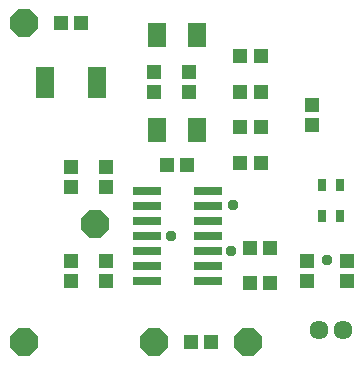
<source format=gbr>
G04 EAGLE Gerber RS-274X export*
G75*
%MOMM*%
%FSLAX34Y34*%
%LPD*%
%INSoldermask Top*%
%IPPOS*%
%AMOC8*
5,1,8,0,0,1.08239X$1,22.5*%
G01*
%ADD10R,1.303200X1.203200*%
%ADD11R,1.203200X1.303200*%
%ADD12R,1.603200X2.003200*%
%ADD13P,2.556822X8X22.500000*%
%ADD14R,2.403200X0.803200*%
%ADD15C,1.611200*%
%ADD16R,0.800000X1.100000*%
%ADD17R,1.625600X0.635000*%
%ADD18C,0.959600*%


D10*
X182500Y26000D03*
X165500Y26000D03*
X207500Y268000D03*
X224500Y268000D03*
X215500Y106000D03*
X232500Y106000D03*
D11*
X264000Y77500D03*
X264000Y94500D03*
X94000Y94500D03*
X94000Y77500D03*
D12*
X171000Y286000D03*
X137000Y286000D03*
X137000Y206000D03*
X171000Y206000D03*
D13*
X84000Y126000D03*
D14*
X180000Y90600D03*
X128000Y90600D03*
X180000Y77900D03*
X180000Y103300D03*
X180000Y116000D03*
X128000Y77900D03*
X128000Y103300D03*
X128000Y116000D03*
X180000Y141400D03*
X128000Y141400D03*
X180000Y128700D03*
X180000Y154100D03*
X128000Y128700D03*
X128000Y154100D03*
D13*
X24000Y26000D03*
X24000Y296000D03*
D15*
X274000Y36000D03*
X294000Y36000D03*
D16*
X291500Y133000D03*
X276500Y133000D03*
X276500Y159000D03*
X291500Y159000D03*
D17*
X42156Y255652D03*
X42156Y249302D03*
X42156Y242698D03*
X42156Y236348D03*
X85844Y236348D03*
X85844Y242698D03*
X85844Y249302D03*
X85844Y255652D03*
D10*
X94000Y157500D03*
X94000Y174500D03*
X64000Y174500D03*
X64000Y157500D03*
X64000Y94500D03*
X64000Y77500D03*
D11*
X207500Y178000D03*
X224500Y178000D03*
X207500Y238000D03*
X224500Y238000D03*
D10*
X267800Y227000D03*
X267800Y210000D03*
D11*
X232500Y76000D03*
X215500Y76000D03*
X224500Y208000D03*
X207500Y208000D03*
D10*
X298000Y77500D03*
X298000Y94500D03*
X164000Y237500D03*
X164000Y254500D03*
D11*
X162500Y176000D03*
X145500Y176000D03*
D10*
X134000Y254500D03*
X134000Y237500D03*
D13*
X214000Y26000D03*
X134000Y26000D03*
D11*
X72500Y296000D03*
X55500Y296000D03*
D18*
X148736Y115600D03*
X199600Y103472D03*
X280784Y95344D03*
X201568Y141984D03*
M02*

</source>
